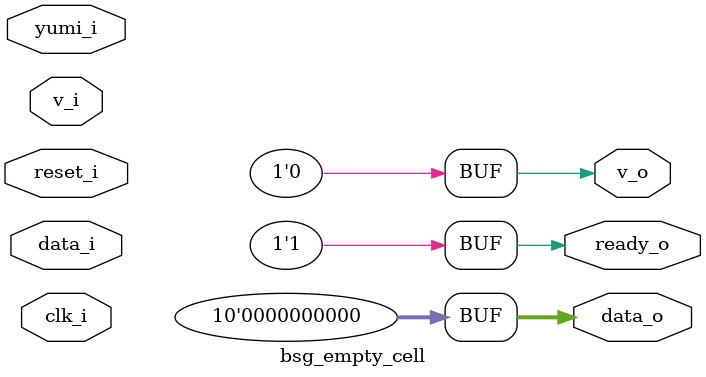
<source format=v>

module bsg_empty_cell (
    input clk_i
    ,input reset_i
    ,input v_i          
    ,input [9:0] data_i
    ,output ready_o
    ,output v_o
    ,output [9:0] data_o
    ,input yumi_i
  );
  
  // tieoff
  assign ready_o = 1'b1;
  assign v_o = 1'b0;
  assign data_o = '0;

endmodule

</source>
